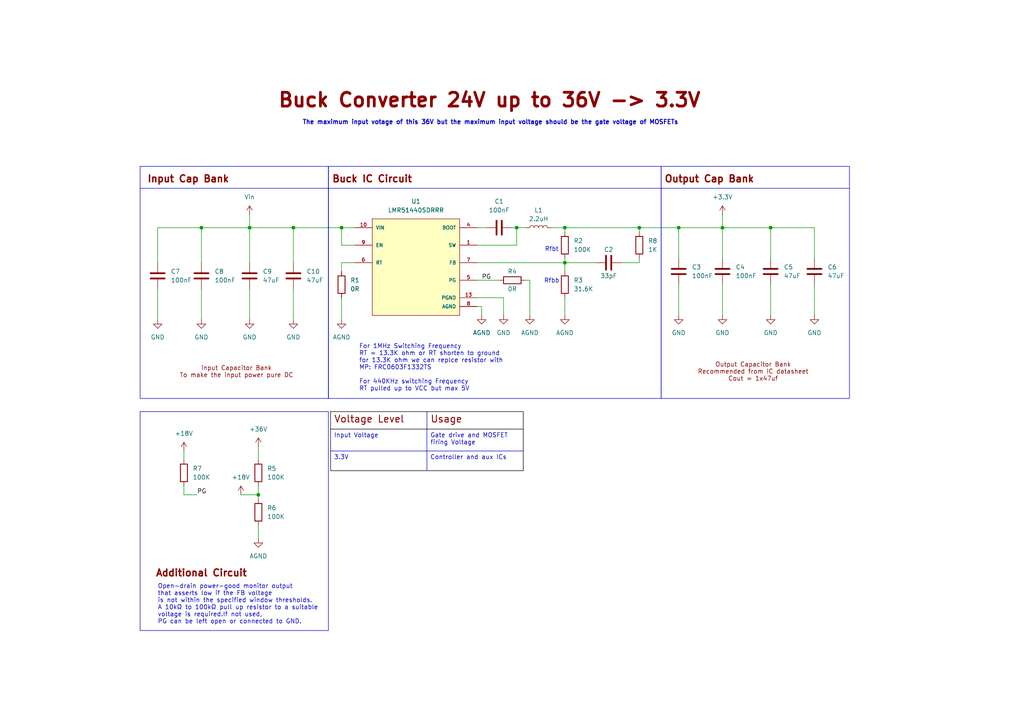
<source format=kicad_sch>
(kicad_sch (version 20250114) (generator "eeschema") (generator_version "9.0")
  (paper "A4")
  (title_block (title "${Project_Name}") (date "2026-01-05") (rev "V1"))
  (lib_symbols
    (symbol "Device:C" (pin_numbers (hide yes)) (pin_names (offset 0.254))
      (property "Reference" "C" (at 0.635 2.54 0))
      (property "Value" "C" (at 0.635 -2.54 0))
      (symbol "C_0_1"
        (polyline (pts (xy -2.032 0.762) (xy 2.032 0.762)) (stroke (width 0.508)))
        (polyline (pts (xy -2.032 -0.762) (xy 2.032 -0.762)) (stroke (width 0.508)))
      )
      (symbol "C_1_1"
        (pin passive line (at 0 3.81 270) (length 2.794) (name "~") (number "1"))
        (pin passive line (at 0 -3.81 90) (length 2.794) (name "~") (number "2"))
      )
    )
    (symbol "Device:L" (pin_numbers (hide yes)) (pin_names (offset 1.016) (hide yes))
      (property "Reference" "L" (at -1.27 0 90))
      (property "Value" "L" (at 1.905 0 90))
      (symbol "L_0_1"
        (arc (start 0 2.54) (mid 0.6323 1.905) (end 0 1.27))
        (arc (start 0 1.27) (mid 0.6323 0.635) (end 0 0))
        (arc (start 0 0) (mid 0.6323 -0.635) (end 0 -1.27))
        (arc (start 0 -1.27) (mid 0.6323 -1.905) (end 0 -2.54))
      )
      (symbol "L_1_1"
        (pin passive line (at 0 3.81 270) (length 1.27) (name "1") (number "1"))
        (pin passive line (at 0 -3.81 90) (length 1.27) (name "2") (number "2"))
      )
    )
    (symbol "Device:R" (pin_numbers (hide yes)) (pin_names (offset 0))
      (property "Reference" "R" (at 2.032 0 90))
      (property "Value" "R" (at 0 0 90))
      (symbol "R_0_1"
        (rectangle (start -1.016 -2.54) (end 1.016 2.54) (stroke (width 0.254)))
      )
      (symbol "R_1_1"
        (pin passive line (at 0 3.81 270) (length 1.27) (name "~") (number "1"))
        (pin passive line (at 0 -3.81 90) (length 1.27) (name "~") (number "2"))
      )
    )
    (symbol "LMR51440SDRRR:LMR51440SDRRR" (pin_names (offset 1.016))
      (property "Reference" "U" (at -12.7 13.335 0))
      (property "Value" "LMR51440SDRRR" (at -12.7 -17.78 0))
      (symbol "LMR51440SDRRR_0_0"
        (rectangle (start -12.7 -15.24) (end 12.7 12.7) (stroke (width 0.1524)) (fill (type background)))
        (pin input line (at -17.78 10.16 0) (length 5.08) (name "VIN") (number "10"))
        (pin input line (at -17.78 10.16 0) (length 5.08) (hide yes) (name "VIN") (number "11"))
        (pin input line (at -17.78 10.16 0) (length 5.08) (hide yes) (name "VIN") (number "12"))
        (pin input line (at -17.78 5.08 0) (length 5.08) (name "EN") (number "9"))
        (pin input line (at -17.78 0 0) (length 5.08) (name "RT") (number "6"))
        (pin passive line (at 17.78 10.16 180) (length 5.08) (name "BOOT") (number "4"))
        (pin output line (at 17.78 5.08 180) (length 5.08) (name "SW") (number "1"))
        (pin output line (at 17.78 5.08 180) (length 5.08) (hide yes) (name "SW") (number "2"))
        (pin output line (at 17.78 5.08 180) (length 5.08) (hide yes) (name "SW") (number "3"))
        (pin input line (at 17.78 0 180) (length 5.08) (name "FB") (number "7"))
        (pin output line (at 17.78 -5.08 180) (length 5.08) (name "PG") (number "5"))
        (pin power_in line (at 17.78 -10.16 180) (length 5.08) (name "PGND") (number "13"))
        (pin power_in line (at 17.78 -12.7 180) (length 5.08) (name "AGND") (number "8"))
      )
    )
    (symbol "power:+15V" (power) (pin_numbers (hide yes)) (pin_names (offset 0) (hide yes))
      (property "Value" "+15V" (at 0 3.556 0))
      (symbol "+15V_0_1"
        (polyline (pts (xy -0.762 1.27) (xy 0 2.54)))
        (polyline (pts (xy 0 2.54) (xy 0.762 1.27)))
        (polyline (pts (xy 0 0) (xy 0 2.54)))
      )
      (symbol "+15V_1_1"
        (pin power_in line (at 0 0 90) (length 0) (name "~") (number "1"))
      )
    )
    (symbol "power:+3.3V" (power) (pin_numbers (hide yes)) (pin_names (offset 0) (hide yes))
      (property "Value" "+3.3V" (at 0 3.556 0))
      (symbol "+3.3V_0_1"
        (polyline (pts (xy -0.762 1.27) (xy 0 2.54)))
        (polyline (pts (xy 0 2.54) (xy 0.762 1.27)))
        (polyline (pts (xy 0 0) (xy 0 2.54)))
      )
      (symbol "+3.3V_1_1"
        (pin power_in line (at 0 0 90) (length 0) (name "~") (number "1"))
      )
    )
    (symbol "power:+36V" (power) (pin_numbers (hide yes)) (pin_names (offset 0) (hide yes))
      (property "Value" "+36V" (at 0 3.556 0))
      (symbol "+36V_0_1"
        (polyline (pts (xy -0.762 1.27) (xy 0 2.54)))
        (polyline (pts (xy 0 2.54) (xy 0.762 1.27)))
        (polyline (pts (xy 0 0) (xy 0 2.54)))
      )
      (symbol "+36V_1_1"
        (pin power_in line (at 0 0 90) (length 0) (name "~") (number "1"))
      )
    )
    (symbol "power:GND" (power) (pin_numbers (hide yes)) (pin_names (offset 0) (hide yes))
      (property "Value" "GND" (at 0 -3.81 0))
      (symbol "GND_0_1"
        (polyline (pts (xy 0 0) (xy 0 -1.27) (xy 1.27 -1.27) (xy 0 -2.54) (xy -1.27 -1.27) (xy 0 -1.27)))
      )
      (symbol "GND_1_1"
        (pin power_in line (at 0 0 270) (length 0) (name "~") (number "1"))
      )
    )
    (symbol "power:GNDA" (power) (pin_numbers (hide yes)) (pin_names (offset 0) (hide yes))
      (property "Value" "GNDA" (at 0 -3.81 0))
      (symbol "GNDA_0_1"
        (polyline (pts (xy 0 0) (xy 0 -1.27) (xy 1.27 -1.27) (xy 0 -2.54) (xy -1.27 -1.27) (xy 0 -1.27)))
      )
      (symbol "GNDA_1_1"
        (pin power_in line (at 0 0 270) (length 0) (name "~") (number "1"))
      )
    )
  )
  (rectangle (start 95.25 48.26) (end 191.77 115.57))
  (rectangle (start 40.64 119.38) (end 95.25 182.88))
  (rectangle (start 191.77 48.26) (end 246.38 115.57))
  (rectangle (start 40.64 48.26) (end 95.25 115.57))
  (text "Open-drain power-good monitor output\nthat asserts low if the FB voltage \nis not within the specified window thresholds. \nA 10kΩ to 100kΩ pull up resistor to a suitable\nvoltage is required.If not used, \nPG can be left open or connected to GND." (at 45.72 175.26 0) (effects (font (size 1.27 1.27)) (justify left)))
  (text "For 1MHz Switching Frequency\nRT = 13.3K ohm or RT shorten to ground\nfor 13.3K ohm we can replce resistor with \nMP: FRC0603F1332TS\n\nFor 440KHz switching Frequency\nRT pulled up to VCC but max 5V\n" (at 104.14 106.68 0) (effects (font (size 1.27 1.27)) (justify left)))
  (text "Input Cap Bank" (at 54.61 52.07 0) (effects (font (size 2 2) (thickness 0.4) (bold yes))))
  (text "Output Cap Bank" (at 205.74 52.07 0) (effects (font (size 2 2) (thickness 0.4) (bold yes))))
  (text "The maximum input votage of this 36V but the maximum input voltage should be the gate voltage of MOSFETs" (at 142.24 35.56 0) (effects (font (size 1.27 1.27) (thickness 0.254) (bold yes))))
  (text "Rfbt\n" (at 160.02 72.39 0) (effects (font (size 1.27 1.27))))
  (text "Rfbb\n\n" (at 160.02 82.55 0) (effects (font (size 1.27 1.27))))
  (text "Buck IC Circuit\n" (at 107.95 52.07 0) (effects (font (size 2 2) (thickness 0.4) (bold yes))))
  (text "input Capacitor Bank\nTo make the input power pure DC\n" (at 68.58 107.95 0) (effects (font (size 1.27 1.27))))
  (text "Additional Circuit\n" (at 58.42 166.37 0) (effects (font (size 2 2) (thickness 0.4) (bold yes))))
  (text "Buck Converter 24V up to 36V -> 3.3V " (at 143.51 29.21 0) (effects (font (size 4 4) (thickness 0.8) (bold yes))))
  (text "Output Capacitor Bank\nRecommended from IC datasheet\nCout = 1x47uf\n" (at 218.44 107.95 0) (effects (font (size 1.27 1.27))))
  (junction (at 99.06 66.04))
  (junction (at 223.52 66.04))
  (junction (at 196.85 66.04))
  (junction (at 58.42 66.04))
  (junction (at 74.93 143.51))
  (junction (at 185.42 66.04))
  (junction (at 163.83 66.04))
  (junction (at 209.55 66.04))
  (junction (at 72.39 66.04))
  (junction (at 85.09 66.04))
  (junction (at 163.83 76.2))
  (junction (at 149.86 66.04))
  (wire (pts (xy 163.83 67.31) (xy 163.83 66.04)))
  (polyline (pts (xy 40.64 54.61) (xy 246.38 54.61)))
  (wire (pts (xy 236.22 74.93) (xy 236.22 66.04)))
  (wire (pts (xy 99.06 66.04) (xy 102.87 66.04)))
  (wire (pts (xy 163.83 76.2) (xy 172.72 76.2)))
  (wire (pts (xy 185.42 76.2) (xy 185.42 74.93)))
  (wire (pts (xy 149.86 66.04) (xy 152.4 66.04)))
  (wire (pts (xy 196.85 66.04) (xy 209.55 66.04)))
  (wire (pts (xy 209.55 62.23) (xy 209.55 66.04)))
  (wire (pts (xy 53.34 130.81) (xy 53.34 133.35)))
  (wire (pts (xy 74.93 129.54) (xy 74.93 133.35)))
  (wire (pts (xy 152.4 81.28) (xy 153.67 81.28)))
  (wire (pts (xy 72.39 62.23) (xy 72.39 66.04)))
  (wire (pts (xy 138.43 66.04) (xy 140.97 66.04)))
  (wire (pts (xy 223.52 66.04) (xy 236.22 66.04)))
  (wire (pts (xy 146.05 86.36) (xy 138.43 86.36)))
  (wire (pts (xy 196.85 82.55) (xy 196.85 91.44)))
  (wire (pts (xy 72.39 83.82) (xy 72.39 92.71)))
  (wire (pts (xy 69.85 143.51) (xy 74.93 143.51)))
  (wire (pts (xy 223.52 82.55) (xy 223.52 91.44)))
  (wire (pts (xy 138.43 76.2) (xy 163.83 76.2)))
  (wire (pts (xy 58.42 83.82) (xy 58.42 92.71)))
  (wire (pts (xy 185.42 66.04) (xy 185.42 67.31)))
  (wire (pts (xy 139.7 88.9) (xy 139.7 91.44)))
  (wire (pts (xy 45.72 83.82) (xy 45.72 92.71)))
  (wire (pts (xy 149.86 66.04) (xy 149.86 71.12)))
  (wire (pts (xy 102.87 76.2) (xy 99.06 76.2)))
  (wire (pts (xy 153.67 81.28) (xy 153.67 91.44)))
  (wire (pts (xy 99.06 66.04) (xy 99.06 71.12)))
  (wire (pts (xy 185.42 66.04) (xy 196.85 66.04)))
  (wire (pts (xy 85.09 66.04) (xy 99.06 66.04)))
  (wire (pts (xy 74.93 143.51) (xy 74.93 144.78)))
  (wire (pts (xy 99.06 76.2) (xy 99.06 78.74)))
  (wire (pts (xy 74.93 152.4) (xy 74.93 156.21)))
  (wire (pts (xy 163.83 74.93) (xy 163.83 76.2)))
  (wire (pts (xy 53.34 143.51) (xy 57.15 143.51)))
  (wire (pts (xy 146.05 91.44) (xy 146.05 86.36)))
  (wire (pts (xy 99.06 71.12) (xy 102.87 71.12)))
  (wire (pts (xy 138.43 81.28) (xy 144.78 81.28)))
  (wire (pts (xy 223.52 66.04) (xy 223.52 74.93)))
  (wire (pts (xy 58.42 66.04) (xy 58.42 76.2)))
  (wire (pts (xy 209.55 66.04) (xy 223.52 66.04)))
  (wire (pts (xy 58.42 66.04) (xy 45.72 66.04)))
  (wire (pts (xy 138.43 71.12) (xy 149.86 71.12)))
  (wire (pts (xy 85.09 83.82) (xy 85.09 92.71)))
  (wire (pts (xy 99.06 86.36) (xy 99.06 92.71)))
  (wire (pts (xy 163.83 76.2) (xy 163.83 78.74)))
  (wire (pts (xy 45.72 66.04) (xy 45.72 76.2)))
  (wire (pts (xy 163.83 66.04) (xy 160.02 66.04)))
  (wire (pts (xy 180.34 76.2) (xy 185.42 76.2)))
  (wire (pts (xy 149.86 66.04) (xy 148.59 66.04)))
  (wire (pts (xy 209.55 82.55) (xy 209.55 91.44)))
  (wire (pts (xy 85.09 66.04) (xy 72.39 66.04)))
  (wire (pts (xy 163.83 86.36) (xy 163.83 91.44)))
  (wire (pts (xy 209.55 74.93) (xy 209.55 66.04)))
  (wire (pts (xy 53.34 140.97) (xy 53.34 143.51)))
  (wire (pts (xy 163.83 66.04) (xy 185.42 66.04)))
  (wire (pts (xy 74.93 140.97) (xy 74.93 143.51)))
  (wire (pts (xy 72.39 66.04) (xy 72.39 76.2)))
  (wire (pts (xy 139.7 88.9) (xy 138.43 88.9)))
  (wire (pts (xy 236.22 82.55) (xy 236.22 91.44)))
  (wire (pts (xy 196.85 74.93) (xy 196.85 66.04)))
  (wire (pts (xy 85.09 66.04) (xy 85.09 76.2)))
  (wire (pts (xy 72.39 66.04) (xy 58.42 66.04)))
  (table (column_count 2) (border (external yes) (header yes) (stroke (width 0) (color 0 0 0 1))) (separators (rows yes) (cols yes)) (column_widths 27.94 27.94) (row_heights 5.08 6.35 5.715) (cells (table_cell "Voltage Level" (at 95.885 119.38 0) (size 27.94 5.08) (margins 0.9525 0.9525 0.9525 0.9525) (span 1 1)) (table_cell "Usage" (at 123.825 119.38 0) (size 27.94 5.08) (margins 0.9525 0.9525 0.9525 0.9525) (span 1 1)) (table_cell "Input Voltage" (at 95.885 124.46 0) (size 27.94 6.35) (margins 0.9525 0.9525 0.9525 0.9525) (span 1 1)) (table_cell "Gate drive and MOSFET firing Voltage" (at 123.825 124.46 0) (size 27.94 6.35) (margins 0.9525 0.9525 0.9525 0.9525) (span 1 1)) (table_cell "3.3V" (at 95.885 130.81 0) (size 27.94 5.715) (margins 0.9525 0.9525 0.9525 0.9525) (span 1 1)) (table_cell "Controller and aux ICs" (at 123.825 130.81 0) (size 27.94 5.715) (margins 0.9525 0.9525 0.9525 0.9525) (span 1 1))))
  (label "PG" (at 57.15 143.51 0))
  (label "PG" (at 139.7 81.28 0))
  (symbol (lib_id "Device:R") (at 99.06 82.55 0) (unit 1)
    (property "Reference" "R1" (at 101.6 81.2799 0) (effects (justify left)))
    (property "Value" "0R" (at 101.6 83.8199 0) (effects (justify left)))
    (property "Footprint" "Resistor_SMD:R_0603_1608Metric" (effects (hide yes)))
    (property "Datasheet" "https://www.lcsc.com/datasheet/C2906974.pdf" (effects (hide yes)))
    (property "Description" "Resistor" (effects (hide yes)))
    (property "MP" "FRC0603F0000TS" (effects (hide yes)))
    (property "LCSC_PN" "C2906974" (effects (hide yes)))
    (property "Assembled" "Yes" (effects (hide yes)))
  )
  (symbol (lib_id "power:GND") (at 72.39 92.71 0) (unit 1)
    (property "Reference" "#PWR017" (effects (hide yes)))
    (property "Value" "GND" (at 72.39 97.79 0))
    (property "Description" "Power symbol creates a global label with name \"GND\" , ground" (effects (hide yes)))
  )
  (symbol (lib_id "Device:C") (at 85.09 80.01 180) (unit 1)
    (property "Reference" "C10" (at 88.9 78.7399 0) (effects (justify right)))
    (property "Value" "47uF" (at 88.9 81.2799 0) (effects (justify right)))
    (property "Footprint" "Capacitor_SMD:C_1206_3216Metric" (effects (hide yes)))
    (property "Datasheet" "https://www.lcsc.com/datasheet/C403725.pdf" (effects (hide yes)))
    (property "Description" "Unpolarized capacitor" (effects (hide yes)))
    (property "MP" "GRM31CR61E476ME44L" (effects (hide yes)))
    (property "LCSC_PN" "C403725" (effects (hide yes)))
    (property "Assembled" "Yes" (effects (hide yes)))
  )
  (symbol (lib_id "power:GND") (at 223.52 91.44 0) (unit 1)
    (property "Reference" "#PWR013" (effects (hide yes)))
    (property "Value" "GND" (at 223.52 96.52 0))
    (property "Description" "Power symbol creates a global label with name \"GND\" , ground" (effects (hide yes)))
  )
  (symbol (lib_id "Device:C") (at 209.55 78.74 180) (unit 1)
    (property "Reference" "C4" (at 213.36 77.4699 0) (effects (justify right)))
    (property "Value" "100nF" (at 213.36 80.0099 0) (effects (justify right)))
    (property "Footprint" "Capacitor_SMD:C_0603_1608Metric" (effects (hide yes)))
    (property "Datasheet" "https://www.lcsc.com/datasheet/C1591.pdf" (effects (hide yes)))
    (property "Description" "Unpolarized capacitor" (effects (hide yes)))
    (property "MP" "CL10B104KB8NNNC" (effects (hide yes)))
    (property "LCSC_PN" "C1591" (effects (hide yes)))
    (property "Assembled" "Yes" (effects (hide yes)))
  )
  (symbol (lib_id "Device:L") (at 156.21 66.04 90) (unit 1)
    (property "Reference" "L1" (at 156.21 60.96 90))
    (property "Value" "2.2uH" (at 156.21 63.5 90))
    (property "Footprint" "Inductor_SMD:L_TechFuse_SL0420" (effects (hide yes)))
    (property "Datasheet" "https://www.lcsc.com/datasheet/C22463807.pdf" (effects (hide yes)))
    (property "Description" "Inductor" (effects (hide yes)))
    (property "LCSC_PN" "C2847469" (effects (hide yes)))
    (property "MP" "MDA4020-2R2M" (effects (hide yes)))
    (property "Assembled" "Yes" (effects (hide yes)))
  )
  (symbol (lib_id "Device:R") (at 74.93 137.16 0) (unit 1)
    (property "Reference" "R5" (at 77.47 135.8899 0) (effects (justify left)))
    (property "Value" "100K" (at 77.47 138.4299 0) (effects (justify left)))
    (property "Footprint" "Resistor_SMD:R_0603_1608Metric" (effects (hide yes)))
    (property "Datasheet" "https://www.lcsc.com/datasheet/C14675.pdf" (effects (hide yes)))
    (property "Description" "Resistor" (effects (hide yes)))
    (property "LCSC_PN" "C14675" (effects (hide yes)))
    (property "MP" "RC0603FR-07100KL" (effects (hide yes)))
    (property "Assembled" "No" (effects (hide yes)))
  )
  (symbol (lib_id "Device:C") (at 144.78 66.04 90) (unit 1)
    (property "Reference" "C1" (at 144.78 58.42 90))
    (property "Value" "100nF" (at 144.78 60.96 90))
    (property "Footprint" "Capacitor_SMD:C_0603_1608Metric" (effects (hide yes)))
    (property "Datasheet" "https://www.lcsc.com/datasheet/C1591.pdf" (effects (hide yes)))
    (property "Description" "Unpolarized capacitor" (effects (hide yes)))
    (property "MP" "CL10B104KB8NNNC" (effects (hide yes)))
    (property "LCSC_PN" "C1591" (effects (hide yes)))
    (property "Assembled" "Yes" (effects (hide yes)))
  )
  (symbol (lib_id "Device:R") (at 163.83 71.12 0) (unit 1)
    (property "Reference" "R2" (at 166.37 69.8499 0) (effects (justify left)))
    (property "Value" "100K" (at 166.37 72.3899 0) (effects (justify left)))
    (property "Footprint" "Resistor_SMD:R_0603_1608Metric" (effects (hide yes)))
    (property "Datasheet" "https://www.lcsc.com/datasheet/C14675.pdf" (effects (hide yes)))
    (property "Description" "Resistor" (effects (hide yes)))
    (property "LCSC_PN" "C14675" (effects (hide yes)))
    (property "MP" "RC0603FR-07100KL" (effects (hide yes)))
    (property "Assembled" "Yes" (effects (hide yes)))
  )
  (symbol (lib_id "Device:R") (at 185.42 71.12 0) (unit 1)
    (property "Reference" "R8" (at 187.96 69.8499 0) (effects (justify left)))
    (property "Value" "1K" (at 187.96 72.3899 0) (effects (justify left)))
    (property "Footprint" "Resistor_SMD:R_0603_1608Metric" (effects (hide yes)))
    (property "Datasheet" "https://www.lcsc.com/datasheet/C118155.pdf" (effects (hide yes)))
    (property "Description" "Resistor" (effects (hide yes)))
    (property "LCSC_PN" "C118155" (effects (hide yes)))
    (property "MP" "ERJ3EKF1001V" (effects (hide yes)))
    (property "Assembled" "Yes" (effects (hide yes)))
  )
  (symbol (lib_id "power:+36V") (at 72.39 62.23 0) (unit 1)
    (property "Reference" "#PWR06" (effects (hide yes)))
    (property "Value" "Vin" (at 72.39 57.15 0))
    (property "Description" "Power symbol creates a global label with name \"+36V\"" (effects (hide yes)))
  )
  (symbol (lib_id "power:+15V") (at 53.34 130.81 0) (unit 1)
    (property "Reference" "#PWR010" (effects (hide yes)))
    (property "Value" "+18V" (at 53.34 125.73 0))
    (property "Description" "Power symbol creates a global label with name \"+15V\"" (effects (hide yes)))
  )
  (symbol (lib_id "Device:C") (at 72.39 80.01 180) (unit 1)
    (property "Reference" "C9" (at 76.2 78.7399 0) (effects (justify right)))
    (property "Value" "47uF" (at 76.2 81.2799 0) (effects (justify right)))
    (property "Footprint" "Capacitor_SMD:C_1206_3216Metric" (effects (hide yes)))
    (property "Datasheet" "https://www.lcsc.com/datasheet/C403725.pdf" (effects (hide yes)))
    (property "Description" "Unpolarized capacitor" (effects (hide yes)))
    (property "MP" "GRM31CR61E476ME44L" (effects (hide yes)))
    (property "LCSC_PN" "C403725" (effects (hide yes)))
    (property "Assembled" "Yes" (effects (hide yes)))
  )
  (symbol (lib_id "power:GNDA") (at 163.83 91.44 0) (unit 1)
    (property "Reference" "#PWR04" (effects (hide yes)))
    (property "Value" "AGND" (at 163.83 96.52 0))
    (property "Description" "Power symbol creates a global label with name \"GNDA\" , analog ground" (effects (hide yes)))
  )
  (symbol (lib_id "Device:R") (at 148.59 81.28 90) (unit 1)
    (property "Reference" "R4" (at 148.59 78.74 90))
    (property "Value" "0R" (at 148.59 83.82 90))
    (property "Footprint" "Resistor_SMD:R_0603_1608Metric" (effects (hide yes)))
    (property "Datasheet" "https://www.lcsc.com/datasheet/C2906974.pdf" (effects (hide yes)))
    (property "Description" "Resistor" (effects (hide yes)))
    (property "MP" "FRC0603F0000TS" (effects (hide yes)))
    (property "LCSC_PN" "C2906974" (effects (hide yes)))
    (property "Assembled" "Yes" (effects (hide yes)))
  )
  (symbol (lib_id "power:GND") (at 236.22 91.44 0) (unit 1)
    (property "Reference" "#PWR014" (effects (hide yes)))
    (property "Value" "GND" (at 236.22 96.52 0))
    (property "Description" "Power symbol creates a global label with name \"GND\" , ground" (effects (hide yes)))
  )
  (symbol (lib_id "Device:C") (at 223.52 78.74 180) (unit 1)
    (property "Reference" "C5" (at 227.33 77.4699 0) (effects (justify right)))
    (property "Value" "47uF" (at 227.33 80.0099 0) (effects (justify right)))
    (property "Footprint" "Capacitor_SMD:C_1206_3216Metric" (effects (hide yes)))
    (property "Datasheet" "https://www.lcsc.com/datasheet/C403725.pdf" (effects (hide yes)))
    (property "Description" "Unpolarized capacitor" (effects (hide yes)))
    (property "MP" "GRM31CR61E476ME44L" (effects (hide yes)))
    (property "LCSC_PN" "C403725" (effects (hide yes)))
    (property "Assembled" "Yes" (effects (hide yes)))
  )
  (symbol (lib_id "power:GND") (at 58.42 92.71 0) (unit 1)
    (property "Reference" "#PWR016" (effects (hide yes)))
    (property "Value" "GND" (at 58.42 97.79 0))
    (property "Description" "Power symbol creates a global label with name \"GND\" , ground" (effects (hide yes)))
  )
  (symbol (lib_id "power:GND") (at 45.72 92.71 0) (unit 1)
    (property "Reference" "#PWR015" (effects (hide yes)))
    (property "Value" "GND" (at 45.72 97.79 0))
    (property "Description" "Power symbol creates a global label with name \"GND\" , ground" (effects (hide yes)))
  )
  (symbol (lib_id "power:GNDA") (at 99.06 92.71 0) (unit 1)
    (property "Reference" "#PWR03" (effects (hide yes)))
    (property "Value" "AGND" (at 99.06 97.79 0))
    (property "Description" "Power symbol creates a global label with name \"GNDA\" , analog ground" (effects (hide yes)))
  )
  (symbol (lib_id "LMR51440SDRRR:LMR51440SDRRR") (at 120.65 76.2 0) (unit 1)
    (property "Reference" "U1" (at 120.65 58.42 0))
    (property "Value" "LMR51440SDRRR" (at 120.65 60.96 0))
    (property "Footprint" "BLDC_Motor_Driver_Components_Footprint:CONV_LMR51440SDRRR" (effects (hide yes)))
    (property "Datasheet" "https://www.ti.com/lit/ds/symlink/lmr51440-q1.pdf?ts=1731523277740" (effects (hide yes)))
    (property "Description" "Buck Switching Regulator IC Positive Adjustable 0.8V 1 Output 4A 12-WFDFN Exposed Pad" (effects (hide yes)))
    (property "MF" "Texas Instruments" (effects (hide yes)))
    (property "MAXIMUM_PACKAGE_HEIGHT" "0.80 mm" (effects (hide yes)))
    (property "Package" "WSON-12 Texas Instruments" (effects (hide yes)))
    (property "Price" "None" (effects (hide yes)))
    (property "Check_prices" "https://www.snapeda.com/parts/LMR51440SDRRR/Texas+Instruments/view-part/?ref=eda" (effects (hide yes)))
    (property "STANDARD" "Manufacturer Recommendations" (effects (hide yes)))
    (property "PARTREV" "December 2022" (effects (hide yes)))
    (property "SnapEDA_Link" "https://www.snapeda.com/parts/LMR51440SDRRR/Texas+Instruments/view-part/?ref=snap" (effects (hide yes)))
    (property "MP" "LMR51440SDRRR" (effects (hide yes)))
    (property "Purchase-URL" "https://www.snapeda.com/api/url_track_click_mouser/?unipart_id=12533944&manufacturer=Texas Instruments&part_name=LMR51440SDRRR&search_term=lmr51440" (effects (hide yes)))
    (property "Description_1" "36-V, 4-A  synchronous buck converter" (effects (hide yes)))
    (property "Availability" "In Stock" (effects (hide yes)))
    (property "MANUFACTURER" "Texas Instruments" (effects (hide yes)))
    (property "Assembled" "Yes" (effects (hide yes)))
    (property "LCSC_PN" "C6286872" (effects (hide yes)))
  )
  (symbol (lib_id "Device:R") (at 74.93 148.59 0) (unit 1)
    (property "Reference" "R6" (at 77.47 147.3199 0) (effects (justify left)))
    (property "Value" "100K" (at 77.47 149.8599 0) (effects (justify left)))
    (property "Footprint" "Resistor_SMD:R_0603_1608Metric" (effects (hide yes)))
    (property "Datasheet" "https://www.lcsc.com/datasheet/C14675.pdf" (effects (hide yes)))
    (property "Description" "Resistor" (effects (hide yes)))
    (property "LCSC_PN" "C14675" (effects (hide yes)))
    (property "MP" "RC0603FR-07100KL" (effects (hide yes)))
    (property "Assembled" "No" (effects (hide yes)))
  )
  (symbol (lib_id "Device:R") (at 163.83 82.55 0) (unit 1)
    (property "Reference" "R3" (at 166.37 81.2799 0) (effects (justify left)))
    (property "Value" "31.6K" (at 166.37 83.8199 0) (effects (justify left)))
    (property "Footprint" "Resistor_SMD:R_0603_1608Metric" (effects (hide yes)))
    (property "Datasheet" "https://www.lcsc.com/datasheet/C844551.pdf" (effects (hide yes)))
    (property "Description" "Resistor" (effects (hide yes)))
    (property "LCSC_PN" "C844551" (effects (hide yes)))
    (property "MP" "CRCW060331K6FKEA" (effects (hide yes)))
    (property "Assembled" "Yes" (effects (hide yes)))
  )
  (symbol (lib_id "power:+3.3V") (at 209.55 62.23 0) (unit 1)
    (property "Reference" "#PWR019" (effects (hide yes)))
    (property "Value" "+3.3V" (at 209.55 57.15 0))
    (property "Description" "Power symbol creates a global label with name \"+3.3V\"" (effects (hide yes)))
  )
  (symbol (lib_id "Device:R") (at 53.34 137.16 0) (unit 1)
    (property "Reference" "R7" (at 55.88 135.8899 0) (effects (justify left)))
    (property "Value" "100K" (at 55.88 138.4299 0) (effects (justify left)))
    (property "Footprint" "Resistor_SMD:R_0603_1608Metric" (effects (hide yes)))
    (property "Datasheet" "https://www.lcsc.com/datasheet/C14675.pdf" (effects (hide yes)))
    (property "Description" "Resistor" (effects (hide yes)))
    (property "LCSC_PN" "C14675" (effects (hide yes)))
    (property "MP" "RC0603FR-07100KL" (effects (hide yes)))
    (property "Assembled" "No" (effects (hide yes)))
  )
  (symbol (lib_id "Device:C") (at 176.53 76.2 270) (unit 1)
    (property "Reference" "C2" (at 176.53 72.39 90))
    (property "Value" "33pF" (at 176.53 80.01 90))
    (property "Footprint" "Capacitor_SMD:C_0603_1608Metric" (effects (hide yes)))
    (property "Datasheet" "https://www.lcsc.com/datasheet/C70465.pdf" (effects (hide yes)))
    (property "Description" "Unpolarized capacitor" (effects (hide yes)))
    (property "MP" "CL05C330JB5NNNC" (effects (hide yes)))
    (property "LCSC_PN" "C70465" (effects (hide yes)))
    (property "Assembled" "Yes" (effects (hide yes)))
  )
  (symbol (lib_id "power:GNDA") (at 74.93 156.21 0) (unit 1)
    (property "Reference" "#PWR07" (effects (hide yes)))
    (property "Value" "AGND" (at 74.93 161.29 0))
    (property "Description" "Power symbol creates a global label with name \"GNDA\" , analog ground" (effects (hide yes)))
  )
  (symbol (lib_id "power:GND") (at 146.05 91.44 0) (unit 1)
    (property "Reference" "#PWR01" (effects (hide yes)))
    (property "Value" "GND" (at 146.05 96.52 0))
    (property "Description" "Power symbol creates a global label with name \"GND\" , ground" (effects (hide yes)))
  )
  (symbol (lib_id "power:+36V") (at 74.93 129.54 0) (unit 1)
    (property "Reference" "#PWR08" (effects (hide yes)))
    (property "Value" "+36V" (at 74.93 124.46 0))
    (property "Description" "Power symbol creates a global label with name \"+36V\"" (effects (hide yes)))
  )
  (symbol (lib_id "power:GNDA") (at 153.67 91.44 0) (unit 1)
    (property "Reference" "#PWR05" (effects (hide yes)))
    (property "Value" "AGND" (at 153.67 96.52 0))
    (property "Description" "Power symbol creates a global label with name \"GNDA\" , analog ground" (effects (hide yes)))
  )
  (symbol (lib_id "power:GNDA") (at 139.7 91.44 0) (unit 1)
    (property "Reference" "#PWR02" (effects (hide yes)))
    (property "Value" "AGND" (at 139.7 96.52 0))
    (property "Description" "Power symbol creates a global label with name \"GNDA\" , analog ground" (effects (hide yes)))
  )
  (symbol (lib_id "power:+15V") (at 69.85 143.51 0) (unit 1)
    (property "Reference" "#PWR09" (effects (hide yes)))
    (property "Value" "+18V" (at 69.85 138.43 0))
    (property "Description" "Power symbol creates a global label with name \"+15V\"" (effects (hide yes)))
  )
  (symbol (lib_id "Device:C") (at 45.72 80.01 180) (unit 1)
    (property "Reference" "C7" (at 49.53 78.7399 0) (effects (justify right)))
    (property "Value" "100nF" (at 49.53 81.2799 0) (effects (justify right)))
    (property "Footprint" "Capacitor_SMD:C_0603_1608Metric" (effects (hide yes)))
    (property "Datasheet" "https://www.lcsc.com/datasheet/C1591.pdf" (effects (hide yes)))
    (property "Description" "Unpolarized capacitor" (effects (hide yes)))
    (property "MP" "CL10B104KB8NNNC" (effects (hide yes)))
    (property "LCSC_PN" "C1591" (effects (hide yes)))
    (property "Assembled" "Yes" (effects (hide yes)))
  )
  (symbol (lib_id "Device:C") (at 196.85 78.74 180) (unit 1)
    (property "Reference" "C3" (at 200.66 77.4699 0) (effects (justify right)))
    (property "Value" "100nF" (at 200.66 80.0099 0) (effects (justify right)))
    (property "Footprint" "Capacitor_SMD:C_0603_1608Metric" (effects (hide yes)))
    (property "Datasheet" "https://www.lcsc.com/datasheet/C1591.pdf" (effects (hide yes)))
    (property "Description" "Unpolarized capacitor" (effects (hide yes)))
    (property "MP" "CL10B104KB8NNNC" (effects (hide yes)))
    (property "LCSC_PN" "C1591" (effects (hide yes)))
    (property "Assembled" "Yes" (effects (hide yes)))
  )
  (symbol (lib_id "power:GND") (at 209.55 91.44 0) (unit 1)
    (property "Reference" "#PWR012" (effects (hide yes)))
    (property "Value" "GND" (at 209.55 96.52 0))
    (property "Description" "Power symbol creates a global label with name \"GND\" , ground" (effects (hide yes)))
  )
  (symbol (lib_id "power:GND") (at 196.85 91.44 0) (unit 1)
    (property "Reference" "#PWR011" (effects (hide yes)))
    (property "Value" "GND" (at 196.85 96.52 0))
    (property "Description" "Power symbol creates a global label with name \"GND\" , ground" (effects (hide yes)))
  )
  (symbol (lib_id "Device:C") (at 58.42 80.01 180) (unit 1)
    (property "Reference" "C8" (at 62.23 78.7399 0) (effects (justify right)))
    (property "Value" "100nF" (at 62.23 81.2799 0) (effects (justify right)))
    (property "Footprint" "Capacitor_SMD:C_0603_1608Metric" (effects (hide yes)))
    (property "Datasheet" "https://www.lcsc.com/datasheet/C1591.pdf" (effects (hide yes)))
    (property "Description" "Unpolarized capacitor" (effects (hide yes)))
    (property "MP" "CL10B104KB8NNNC" (effects (hide yes)))
    (property "LCSC_PN" "C1591" (effects (hide yes)))
    (property "Assembled" "Yes" (effects (hide yes)))
  )
  (symbol (lib_id "Device:C") (at 236.22 78.74 180) (unit 1)
    (property "Reference" "C6" (at 240.03 77.4699 0) (effects (justify right)))
    (property "Value" "47uF" (at 240.03 80.0099 0) (effects (justify right)))
    (property "Footprint" "Capacitor_SMD:C_1206_3216Metric" (effects (hide yes)))
    (property "Datasheet" "https://www.lcsc.com/datasheet/C403725.pdf" (effects (hide yes)))
    (property "Description" "Unpolarized capacitor" (effects (hide yes)))
    (property "MP" "GRM31CR61E476ME44L" (effects (hide yes)))
    (property "LCSC_PN" "C403725" (effects (hide yes)))
    (property "Assembled" "Yes" (effects (hide yes)))
  )
  (symbol (lib_id "power:GND") (at 85.09 92.71 0) (unit 1)
    (property "Reference" "#PWR018" (effects (hide yes)))
    (property "Value" "GND" (at 85.09 97.79 0))
    (property "Description" "Power symbol creates a global label with name \"GND\" , ground" (effects (hide yes)))
  )
)
</source>
